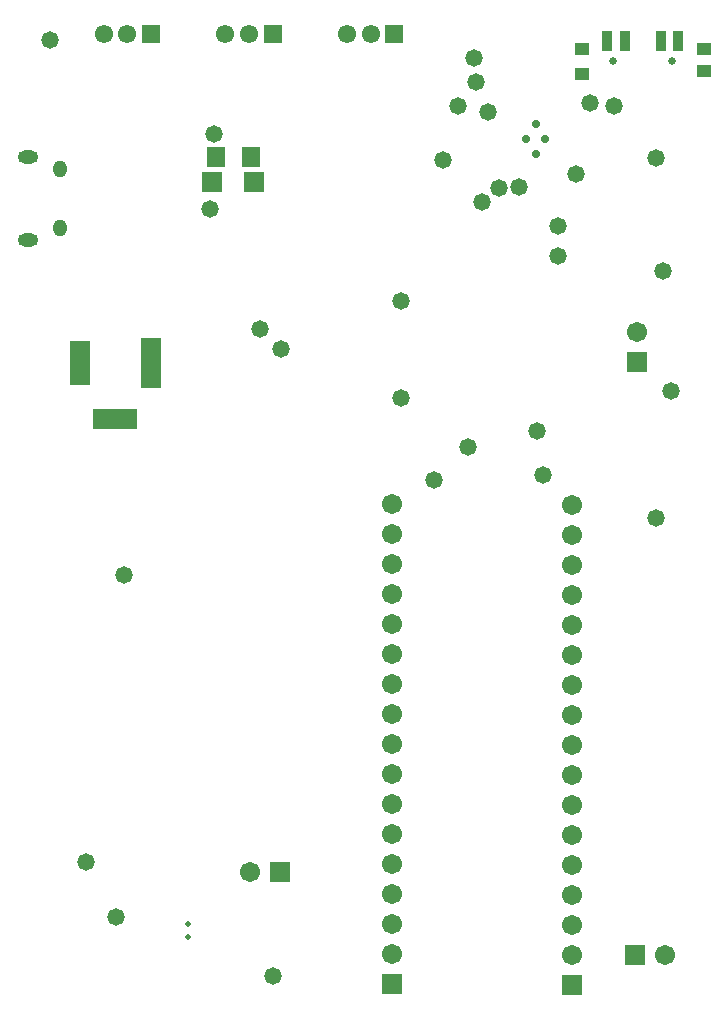
<source format=gbs>
G04*
G04 #@! TF.GenerationSoftware,Altium Limited,Altium Designer,19.1.8 (144)*
G04*
G04 Layer_Color=16711935*
%FSTAX44Y44*%
%MOMM*%
G71*
G01*
G75*
%ADD45R,1.6032X1.7032*%
%ADD74R,1.7032X1.7032*%
%ADD75C,1.7032*%
%ADD76R,1.7032X4.2032*%
%ADD77R,1.7032X3.7032*%
%ADD78R,3.7032X1.7032*%
%ADD79O,1.1532X1.4532*%
%ADD80O,1.7532X1.1032*%
%ADD81R,1.5532X1.5532*%
%ADD82C,1.5532*%
%ADD83C,0.6532*%
%ADD84R,1.7032X1.7032*%
%ADD85C,1.4732*%
%ADD86C,0.7032*%
%ADD87C,0.5000*%
%ADD113R,1.2032X1.0032*%
%ADD114R,0.9032X1.7032*%
D45*
X00173722Y0076962D02*
D03*
X00203722D02*
D03*
D74*
X00170715Y00747775D02*
D03*
X00205715D02*
D03*
X00228346Y0016383D02*
D03*
X0052832Y0009398D02*
D03*
D75*
X00202946Y0016383D02*
D03*
X0032258Y00094488D02*
D03*
Y00119888D02*
D03*
X0047498Y0009398D02*
D03*
Y0011938D02*
D03*
X00530098Y00620776D02*
D03*
X0047498Y0014478D02*
D03*
Y0017018D02*
D03*
Y0019558D02*
D03*
Y0022098D02*
D03*
Y0024638D02*
D03*
Y0027178D02*
D03*
Y0029718D02*
D03*
Y0032258D02*
D03*
Y0034798D02*
D03*
Y0037338D02*
D03*
Y0039878D02*
D03*
Y0042418D02*
D03*
Y0044958D02*
D03*
Y0047498D02*
D03*
X0055372Y0009398D02*
D03*
X0032258Y00475488D02*
D03*
Y00450088D02*
D03*
Y00424688D02*
D03*
Y00399288D02*
D03*
Y00373888D02*
D03*
Y00348488D02*
D03*
Y00323088D02*
D03*
Y00297688D02*
D03*
Y00272288D02*
D03*
Y00246888D02*
D03*
Y00221488D02*
D03*
Y00196088D02*
D03*
Y00170688D02*
D03*
Y00145288D02*
D03*
D76*
X00118646Y00594868D02*
D03*
D77*
X00058646D02*
D03*
D78*
X00088646Y00547868D02*
D03*
D79*
X0004143Y00709106D02*
D03*
Y00759106D02*
D03*
D80*
X0001443Y00699106D02*
D03*
Y00769106D02*
D03*
D81*
X0022177Y0087376D02*
D03*
X003248D02*
D03*
X0011874D02*
D03*
D82*
X0020177D02*
D03*
X0018177D02*
D03*
X003048D02*
D03*
X002848D02*
D03*
X0009874D02*
D03*
X0007874D02*
D03*
D83*
X00510324Y00850392D02*
D03*
X00560324D02*
D03*
D84*
X00530098Y00595376D02*
D03*
X0047498Y0006858D02*
D03*
X0032258Y00069088D02*
D03*
D85*
X00478282Y00755142D02*
D03*
X0043053Y00743712D02*
D03*
X00413512Y00743204D02*
D03*
X00386842Y00523494D02*
D03*
X003302Y006477D02*
D03*
Y0056515D02*
D03*
X005461Y0076835D02*
D03*
X00169139Y00725423D02*
D03*
X002286Y00607012D02*
D03*
X00211008Y00623758D02*
D03*
X0055245Y006731D02*
D03*
X005588Y005715D02*
D03*
X005461Y0046355D02*
D03*
X0022225Y000762D02*
D03*
X0039243Y0085278D02*
D03*
X0003302Y0086868D02*
D03*
X00089154Y0012573D02*
D03*
X00096266Y00415798D02*
D03*
X00172212Y00788924D02*
D03*
X00358648Y00495554D02*
D03*
X00445262Y0053721D02*
D03*
X00450342Y00500126D02*
D03*
X0046355Y007112D02*
D03*
Y006858D02*
D03*
X0049022Y0081534D02*
D03*
X0039878Y0073152D02*
D03*
X000635Y0017285D02*
D03*
X003937Y0083312D02*
D03*
X0040386Y0080772D02*
D03*
X0037846Y008128D02*
D03*
X0051054D02*
D03*
X0036576Y0076708D02*
D03*
D86*
X00444409Y00772111D02*
D03*
X00452159Y0078486D02*
D03*
X00444409Y00797611D02*
D03*
X00436659Y0078486D02*
D03*
D87*
X0014986Y0012022D02*
D03*
Y0010922D02*
D03*
D113*
X00483824Y00860892D02*
D03*
Y00839892D02*
D03*
X00586824Y00842492D02*
D03*
Y00860892D02*
D03*
D114*
X00505324Y00867892D02*
D03*
X00520324D02*
D03*
X00550324D02*
D03*
X00565324D02*
D03*
M02*

</source>
